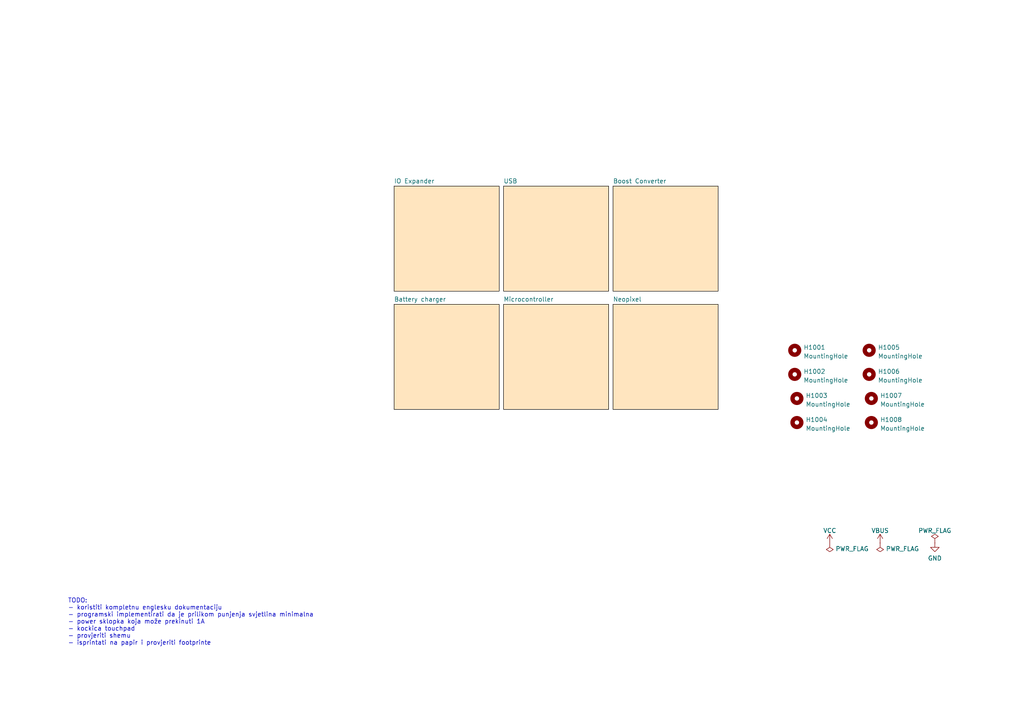
<source format=kicad_sch>
(kicad_sch (version 20211123) (generator eeschema)
  (paper "A4")
  (title_block (title "BoardGame") (date "2022-09-21") (rev "1"))
  (lib_symbols
    (symbol "Mechanical:MountingHole" (pin_names (offset 1.016))
      (property "Reference" "H" (at 0 5.08 0))
      (property "Value" "MountingHole" (at 0 3.175 0))
      (symbol "MountingHole_0_1"
        (circle (center 0 0) (radius 1.27) (stroke (width 1.27)))
      )
    )
    (symbol "power:GND" (power) (pin_names (offset 0))
      (property "Value" "GND" (at 0 -3.81 0))
      (symbol "GND_0_1"
        (polyline (pts (xy 0 0) (xy 0 -1.27) (xy 1.27 -1.27) (xy 0 -2.54) (xy -1.27 -1.27) (xy 0 -1.27)))
      )
      (symbol "GND_1_1"
        (pin power_in line (at 0 0 270) (length 0) hide (name "GND") (number "1"))
      )
    )
    (symbol "power:PWR_FLAG" (power) (pin_numbers hide) (pin_names (offset 0) hide)
      (property "Value" "PWR_FLAG" (at 0 3.81 0))
      (symbol "PWR_FLAG_0_0"
        (pin power_out line (at 0 0 90) (length 0) (name "pwr") (number "1"))
      )
      (symbol "PWR_FLAG_0_1"
        (polyline (pts (xy 0 0) (xy 0 1.27) (xy -1.016 1.905) (xy 0 2.54) (xy 1.016 1.905) (xy 0 1.27)))
      )
    )
    (symbol "power:VBUS" (power) (pin_names (offset 0))
      (property "Value" "VBUS" (at 0 3.81 0))
      (symbol "VBUS_0_1"
        (polyline (pts (xy -0.762 1.27) (xy 0 2.54)))
        (polyline (pts (xy 0 0) (xy 0 2.54)))
        (polyline (pts (xy 0 2.54) (xy 0.762 1.27)))
      )
      (symbol "VBUS_1_1"
        (pin power_in line (at 0 0 90) (length 0) hide (name "VBUS") (number "1"))
      )
    )
    (symbol "power:VCC" (power) (pin_names (offset 0))
      (property "Value" "VCC" (at 0 3.81 0))
      (symbol "VCC_0_1"
        (polyline (pts (xy -0.762 1.27) (xy 0 2.54)))
        (polyline (pts (xy 0 0) (xy 0 2.54)))
        (polyline (pts (xy 0 2.54) (xy 0.762 1.27)))
      )
      (symbol "VCC_1_1"
        (pin power_in line (at 0 0 90) (length 0) hide (name "VCC") (number "1"))
      )
    )
  )
  (text "TODO:\n- koristiti kompletnu englesku dokumentaciju\n- programski implementirati da je prilikom punjenja svjetlina minimalna\n- power sklopka koja može prekinuti 1A\n- kockica touchpad\n- provjeriti shemu\n- isprintati na papir i provjeriti footprinte" (at 19.685 187.325 0) (effects (font (size 1.27 1.27)) (justify left bottom)))
  (symbol (lib_id "Mechanical:MountingHole") (at 252.73 122.555 0) (unit 1)
    (property "Reference" "H1008" (at 255.27 121.7203 0) (effects (justify left)))
    (property "Value" "MountingHole" (at 255.27 124.2572 0) (effects (justify left)))
    (property "Footprint" "MountingHole:MountingHole_3.2mm_M3" (effects hide))
  )
  (symbol (lib_id "power:PWR_FLAG") (at 271.145 157.48 0) (unit 1)
    (property "Reference" "#FLG0103" (effects hide))
    (property "Value" "PWR_FLAG" (at 271.145 153.9042 0))
  )
  (symbol (lib_id "Mechanical:MountingHole") (at 252.095 101.6 0) (unit 1)
    (property "Reference" "H1005" (at 254.635 100.7653 0) (effects (justify left)))
    (property "Value" "MountingHole" (at 254.635 103.3022 0) (effects (justify left)))
    (property "Footprint" "MountingHole:MountingHole_3.2mm_M3" (effects hide))
  )
  (symbol (lib_id "Mechanical:MountingHole") (at 252.73 115.57 0) (unit 1)
    (property "Reference" "H1007" (at 255.27 114.7353 0) (effects (justify left)))
    (property "Value" "MountingHole" (at 255.27 117.2722 0) (effects (justify left)))
    (property "Footprint" "MountingHole:MountingHole_3.2mm_M3" (effects hide))
  )
  (symbol (lib_id "Mechanical:MountingHole") (at 252.095 108.585 0) (unit 1)
    (property "Reference" "H1006" (at 254.635 107.7503 0) (effects (justify left)))
    (property "Value" "MountingHole" (at 254.635 110.2872 0) (effects (justify left)))
    (property "Footprint" "MountingHole:MountingHole_3.2mm_M3" (effects hide))
  )
  (symbol (lib_id "power:PWR_FLAG") (at 240.665 157.48 180) (unit 1)
    (property "Reference" "#FLG0101" (effects hide))
    (property "Value" "PWR_FLAG" (at 242.316 159.1838 0) (effects (justify right)))
  )
  (symbol (lib_id "power:VCC") (at 240.665 157.48 0) (unit 1)
    (property "Reference" "#PWR0101" (effects hide))
    (property "Value" "VCC" (at 240.665 153.9042 0))
  )
  (symbol (lib_id "Mechanical:MountingHole") (at 230.505 108.585 0) (unit 1)
    (property "Reference" "H1002" (at 233.045 107.7503 0) (effects (justify left)))
    (property "Value" "MountingHole" (at 233.045 110.2872 0) (effects (justify left)))
    (property "Footprint" "MountingHole:MountingHole_3.2mm_M3" (effects hide))
  )
  (symbol (lib_id "power:PWR_FLAG") (at 255.27 157.48 180) (unit 1)
    (property "Reference" "#FLG0102" (effects hide))
    (property "Value" "PWR_FLAG" (at 256.921 159.1838 0) (effects (justify right)))
  )
  (symbol (lib_id "power:GND") (at 271.145 157.48 0) (unit 1)
    (property "Reference" "#PWR0103" (effects hide))
    (property "Value" "GND" (at 271.145 161.9234 0))
  )
  (symbol (lib_id "Mechanical:MountingHole") (at 231.14 115.57 0) (unit 1)
    (property "Reference" "H1003" (at 233.68 114.7353 0) (effects (justify left)))
    (property "Value" "MountingHole" (at 233.68 117.2722 0) (effects (justify left)))
    (property "Footprint" "MountingHole:MountingHole_3.2mm_M3" (effects hide))
  )
  (symbol (lib_id "power:VBUS") (at 255.27 157.48 0) (unit 1)
    (property "Reference" "#PWR0102" (effects hide))
    (property "Value" "VBUS" (at 255.27 153.9042 0))
  )
  (symbol (lib_id "Mechanical:MountingHole") (at 231.14 122.555 0) (unit 1)
    (property "Reference" "H1004" (at 233.68 121.7203 0) (effects (justify left)))
    (property "Value" "MountingHole" (at 233.68 124.2572 0) (effects (justify left)))
    (property "Footprint" "MountingHole:MountingHole_3.2mm_M3" (effects hide))
  )
  (symbol (lib_id "Mechanical:MountingHole") (at 230.505 101.6 0) (unit 1)
    (property "Reference" "H1001" (at 233.045 100.7653 0) (effects (justify left)))
    (property "Value" "MountingHole" (at 233.045 103.3022 0) (effects (justify left)))
    (property "Footprint" "MountingHole:MountingHole_3.2mm_M3" (effects hide))
  )
  (sheet (at 114.3 88.265) (size 30.48 30.48) (stroke (width 0.1524) (color 0 0 0 1)) (fill (color 255 229 191 1.0000))
    (property "Sheet name" "Battery charger" (at 114.3 87.5534 0) (effects (justify left bottom)))
    (property "Sheet file" "Battery charger.kicad_sch" (effects hide))
  )
  (sheet (at 177.8 88.265) (size 30.48 30.48) (stroke (width 0.1524) (color 0 0 0 1)) (fill (color 255 229 191 1.0000))
    (property "Sheet name" "Neopixel" (at 177.8 87.5534 0) (effects (justify left bottom)))
    (property "Sheet file" "Neopixel.kicad_sch" (effects hide))
  )
  (sheet (at 146.05 88.265) (size 30.48 30.48) (stroke (width 0.1524) (color 0 0 0 1)) (fill (color 255 229 191 1.0000))
    (property "Sheet name" "Microcontroller" (at 146.05 87.5534 0) (effects (justify left bottom)))
    (property "Sheet file" "Microcontroller.kicad_sch" (effects hide))
  )
  (sheet (at 146.05 53.975) (size 30.48 30.48) (stroke (width 0.1524) (color 0 0 0 1)) (fill (color 255 229 191 1.0000))
    (property "Sheet name" "USB" (at 146.05 53.2634 0) (effects (justify left bottom)))
    (property "Sheet file" "USB.kicad_sch" (effects hide))
  )
  (sheet (at 177.8 53.975) (size 30.48 30.48) (stroke (width 0.1524) (color 0 0 0 1)) (fill (color 255 229 191 1.0000))
    (property "Sheet name" "Boost Converter" (at 177.8 53.2634 0) (effects (justify left bottom)))
    (property "Sheet file" "Boost Converter.kicad_sch" (effects hide))
  )
  (sheet (at 114.3 53.975) (size 30.48 30.48) (stroke (width 0.1524) (color 0 0 0 1)) (fill (color 255 229 191 1.0000))
    (property "Sheet name" "IO Expander" (at 114.3 53.2634 0) (effects (justify left bottom)))
    (property "Sheet file" "IO Expander.kicad_sch" (effects hide))
  )
)
</source>
